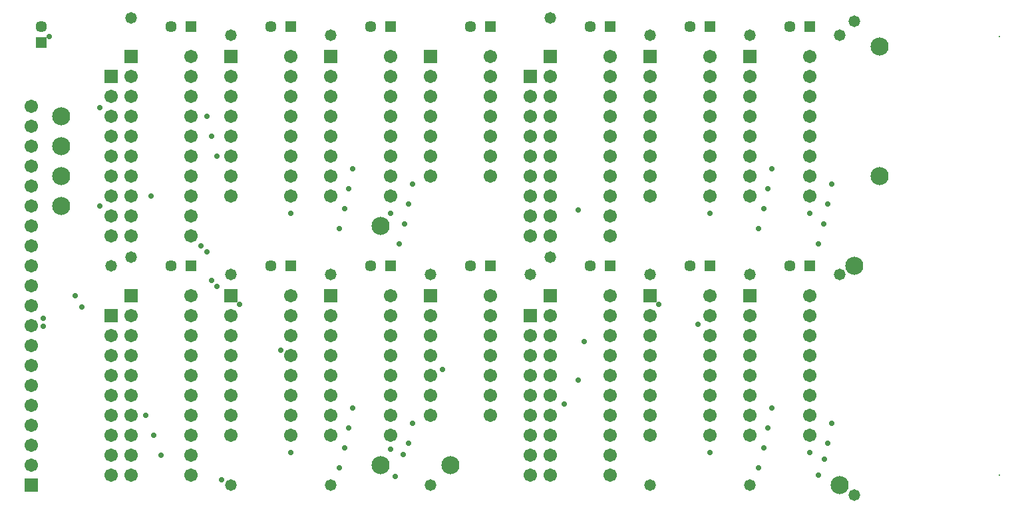
<source format=gts>
G04*
G04 #@! TF.GenerationSoftware,Altium Limited,Altium Designer,21.9.1 (22)*
G04*
G04 Layer_Color=8388736*
%FSLAX25Y25*%
%MOIN*%
G70*
G04*
G04 #@! TF.SameCoordinates,0A486EDA-56B9-4A0C-ABDC-9502F26F7F0D*
G04*
G04*
G04 #@! TF.FilePolarity,Negative*
G04*
G01*
G75*
%ADD15C,0.09068*%
%ADD16C,0.06706*%
%ADD17R,0.06706X0.06706*%
%ADD18R,0.06706X0.06706*%
%ADD19C,0.06706*%
%ADD20C,0.05721*%
%ADD21R,0.05721X0.05721*%
%ADD22R,0.05721X0.05721*%
%ADD23C,0.00800*%
%ADD24C,0.02800*%
%ADD25C,0.05800*%
D15*
X535000Y340000D02*
D03*
X320000Y130000D02*
D03*
X285000Y250000D02*
D03*
X125000Y275000D02*
D03*
X285000Y130000D02*
D03*
X125000Y290000D02*
D03*
Y260000D02*
D03*
Y305000D02*
D03*
X515000Y120000D02*
D03*
X522500Y230000D02*
D03*
X535000Y275000D02*
D03*
D16*
X240000Y265000D02*
D03*
Y275000D02*
D03*
Y285000D02*
D03*
Y295000D02*
D03*
Y305000D02*
D03*
Y315000D02*
D03*
Y325000D02*
D03*
Y335000D02*
D03*
X210000Y265000D02*
D03*
Y275000D02*
D03*
Y285000D02*
D03*
Y295000D02*
D03*
Y305000D02*
D03*
Y315000D02*
D03*
Y325000D02*
D03*
X290000Y265000D02*
D03*
Y275000D02*
D03*
Y285000D02*
D03*
Y295000D02*
D03*
Y305000D02*
D03*
Y315000D02*
D03*
Y325000D02*
D03*
Y335000D02*
D03*
X260000Y265000D02*
D03*
Y275000D02*
D03*
Y285000D02*
D03*
Y295000D02*
D03*
Y305000D02*
D03*
Y315000D02*
D03*
Y325000D02*
D03*
X290000Y145000D02*
D03*
Y155000D02*
D03*
Y165000D02*
D03*
Y175000D02*
D03*
Y185000D02*
D03*
Y195000D02*
D03*
Y205000D02*
D03*
Y215000D02*
D03*
X260000Y145000D02*
D03*
Y155000D02*
D03*
Y165000D02*
D03*
Y175000D02*
D03*
Y185000D02*
D03*
Y195000D02*
D03*
Y205000D02*
D03*
X310000Y325000D02*
D03*
Y315000D02*
D03*
Y305000D02*
D03*
Y295000D02*
D03*
Y285000D02*
D03*
Y275000D02*
D03*
X340000Y335000D02*
D03*
Y325000D02*
D03*
Y315000D02*
D03*
Y305000D02*
D03*
Y295000D02*
D03*
Y285000D02*
D03*
Y275000D02*
D03*
X470000Y325000D02*
D03*
Y315000D02*
D03*
Y305000D02*
D03*
Y295000D02*
D03*
Y285000D02*
D03*
Y275000D02*
D03*
Y265000D02*
D03*
X500000Y335000D02*
D03*
Y325000D02*
D03*
Y315000D02*
D03*
Y305000D02*
D03*
Y295000D02*
D03*
Y285000D02*
D03*
Y275000D02*
D03*
Y265000D02*
D03*
X310000Y205000D02*
D03*
Y195000D02*
D03*
Y185000D02*
D03*
Y175000D02*
D03*
Y165000D02*
D03*
Y155000D02*
D03*
X340000Y215000D02*
D03*
Y205000D02*
D03*
Y195000D02*
D03*
Y185000D02*
D03*
Y175000D02*
D03*
Y165000D02*
D03*
Y155000D02*
D03*
X190000Y125000D02*
D03*
Y135000D02*
D03*
Y145000D02*
D03*
Y155000D02*
D03*
Y165000D02*
D03*
Y175000D02*
D03*
Y185000D02*
D03*
Y195000D02*
D03*
Y215000D02*
D03*
X160000Y125000D02*
D03*
Y135000D02*
D03*
Y145000D02*
D03*
Y155000D02*
D03*
Y165000D02*
D03*
Y175000D02*
D03*
Y185000D02*
D03*
Y195000D02*
D03*
Y205000D02*
D03*
X210000D02*
D03*
Y195000D02*
D03*
Y185000D02*
D03*
Y175000D02*
D03*
Y165000D02*
D03*
Y155000D02*
D03*
Y145000D02*
D03*
X240000Y215000D02*
D03*
Y205000D02*
D03*
Y195000D02*
D03*
Y185000D02*
D03*
Y175000D02*
D03*
Y165000D02*
D03*
Y155000D02*
D03*
Y145000D02*
D03*
X400000Y125000D02*
D03*
Y135000D02*
D03*
Y145000D02*
D03*
Y155000D02*
D03*
Y165000D02*
D03*
Y175000D02*
D03*
Y185000D02*
D03*
Y195000D02*
D03*
Y215000D02*
D03*
X370000Y125000D02*
D03*
Y135000D02*
D03*
Y145000D02*
D03*
Y155000D02*
D03*
Y165000D02*
D03*
Y175000D02*
D03*
Y185000D02*
D03*
Y195000D02*
D03*
Y205000D02*
D03*
X470000D02*
D03*
Y195000D02*
D03*
Y185000D02*
D03*
Y175000D02*
D03*
Y165000D02*
D03*
Y155000D02*
D03*
Y145000D02*
D03*
X500000Y215000D02*
D03*
Y205000D02*
D03*
Y195000D02*
D03*
Y185000D02*
D03*
Y175000D02*
D03*
Y165000D02*
D03*
Y155000D02*
D03*
Y145000D02*
D03*
X420000Y325000D02*
D03*
Y315000D02*
D03*
Y305000D02*
D03*
Y295000D02*
D03*
Y285000D02*
D03*
Y275000D02*
D03*
Y265000D02*
D03*
X450000Y335000D02*
D03*
Y325000D02*
D03*
Y315000D02*
D03*
Y305000D02*
D03*
Y295000D02*
D03*
Y285000D02*
D03*
Y275000D02*
D03*
Y265000D02*
D03*
X420000Y205000D02*
D03*
Y195000D02*
D03*
Y185000D02*
D03*
Y175000D02*
D03*
Y165000D02*
D03*
Y155000D02*
D03*
Y145000D02*
D03*
X450000Y215000D02*
D03*
Y205000D02*
D03*
Y195000D02*
D03*
Y185000D02*
D03*
Y175000D02*
D03*
Y165000D02*
D03*
Y155000D02*
D03*
Y145000D02*
D03*
X190000Y245000D02*
D03*
Y255000D02*
D03*
Y265000D02*
D03*
Y275000D02*
D03*
Y285000D02*
D03*
Y295000D02*
D03*
Y305000D02*
D03*
Y315000D02*
D03*
Y335000D02*
D03*
X160000Y245000D02*
D03*
Y255000D02*
D03*
Y265000D02*
D03*
Y275000D02*
D03*
Y285000D02*
D03*
Y295000D02*
D03*
Y305000D02*
D03*
Y315000D02*
D03*
Y325000D02*
D03*
X400000Y245000D02*
D03*
Y255000D02*
D03*
Y265000D02*
D03*
Y275000D02*
D03*
Y285000D02*
D03*
Y295000D02*
D03*
Y305000D02*
D03*
Y315000D02*
D03*
Y335000D02*
D03*
X370000Y245000D02*
D03*
Y255000D02*
D03*
Y265000D02*
D03*
Y275000D02*
D03*
Y285000D02*
D03*
Y295000D02*
D03*
Y305000D02*
D03*
Y315000D02*
D03*
Y325000D02*
D03*
D17*
X210000Y335000D02*
D03*
X260000D02*
D03*
Y215000D02*
D03*
X310000Y335000D02*
D03*
X470000D02*
D03*
X310000Y215000D02*
D03*
X160000D02*
D03*
X210000D02*
D03*
X370000D02*
D03*
X470000D02*
D03*
X420000Y335000D02*
D03*
Y215000D02*
D03*
X160000Y335000D02*
D03*
X370000D02*
D03*
D18*
X150000Y325000D02*
D03*
Y205000D02*
D03*
X360000D02*
D03*
Y325000D02*
D03*
X110000Y120000D02*
D03*
D19*
X150000Y305000D02*
D03*
Y295000D02*
D03*
Y285000D02*
D03*
Y275000D02*
D03*
Y265000D02*
D03*
Y255000D02*
D03*
Y245000D02*
D03*
Y315000D02*
D03*
Y185000D02*
D03*
Y175000D02*
D03*
Y165000D02*
D03*
Y155000D02*
D03*
Y145000D02*
D03*
Y135000D02*
D03*
Y125000D02*
D03*
Y195000D02*
D03*
X360000Y185000D02*
D03*
Y175000D02*
D03*
Y165000D02*
D03*
Y155000D02*
D03*
Y145000D02*
D03*
Y135000D02*
D03*
Y125000D02*
D03*
Y195000D02*
D03*
Y305000D02*
D03*
Y295000D02*
D03*
Y285000D02*
D03*
Y275000D02*
D03*
Y265000D02*
D03*
Y255000D02*
D03*
Y245000D02*
D03*
Y315000D02*
D03*
X110000Y130000D02*
D03*
Y140000D02*
D03*
Y150000D02*
D03*
Y160000D02*
D03*
Y170000D02*
D03*
Y180000D02*
D03*
Y190000D02*
D03*
Y200000D02*
D03*
Y210000D02*
D03*
Y220000D02*
D03*
Y230000D02*
D03*
Y240000D02*
D03*
Y250000D02*
D03*
Y260000D02*
D03*
Y270000D02*
D03*
Y280000D02*
D03*
Y290000D02*
D03*
Y300000D02*
D03*
Y310000D02*
D03*
X190000Y205000D02*
D03*
X400000D02*
D03*
X190000Y325000D02*
D03*
X400000D02*
D03*
D20*
X330157Y350000D02*
D03*
Y230000D02*
D03*
X180157D02*
D03*
X280157D02*
D03*
X230157D02*
D03*
X180157Y350000D02*
D03*
X280157D02*
D03*
X230157D02*
D03*
X390158Y230000D02*
D03*
X490158D02*
D03*
X440158D02*
D03*
X390158Y350000D02*
D03*
X490158D02*
D03*
X440158D02*
D03*
X115000D02*
D03*
D21*
X340000D02*
D03*
Y230000D02*
D03*
X190000D02*
D03*
X290000D02*
D03*
X240000D02*
D03*
X190000Y350000D02*
D03*
X290000D02*
D03*
X240000D02*
D03*
X400000Y230000D02*
D03*
X500000D02*
D03*
X450000D02*
D03*
X400000Y350000D02*
D03*
X500000D02*
D03*
X450000D02*
D03*
D22*
X115000Y342126D02*
D03*
D23*
X595000Y125000D02*
D03*
Y345000D02*
D03*
D24*
X384000Y172500D02*
D03*
Y258000D02*
D03*
X377000Y160753D02*
D03*
X387000Y192000D02*
D03*
X444000Y200500D02*
D03*
X135500Y209153D02*
D03*
X132000Y215000D02*
D03*
X116000Y203500D02*
D03*
Y199500D02*
D03*
X144500Y309153D02*
D03*
Y260000D02*
D03*
X316000Y178000D02*
D03*
X235000Y187500D02*
D03*
X203000Y219500D02*
D03*
X119212Y345000D02*
D03*
X511068Y270847D02*
D03*
X214567Y210753D02*
D03*
X424567D02*
D03*
X205500Y122800D02*
D03*
X507408Y133000D02*
D03*
X504500Y125000D02*
D03*
X509092Y140847D02*
D03*
X511068Y150847D02*
D03*
X296500Y135334D02*
D03*
X292457Y124155D02*
D03*
X299092Y140847D02*
D03*
X301068Y150847D02*
D03*
X290000Y138000D02*
D03*
X175000Y135000D02*
D03*
X171449Y145000D02*
D03*
X167500Y155000D02*
D03*
X170000Y265000D02*
D03*
X203000Y285000D02*
D03*
X200500Y295000D02*
D03*
Y222500D02*
D03*
X198000Y305000D02*
D03*
Y237061D02*
D03*
X195000Y240000D02*
D03*
X240000Y256300D02*
D03*
X290000D02*
D03*
X240000Y136300D02*
D03*
X450000D02*
D03*
X500000D02*
D03*
Y256300D02*
D03*
X450000D02*
D03*
X504500Y240847D02*
D03*
X507060Y250847D02*
D03*
X509092Y260847D02*
D03*
X301068Y270847D02*
D03*
X299092Y260847D02*
D03*
X297060Y250847D02*
D03*
X294500Y240847D02*
D03*
X264500Y128500D02*
D03*
X267000Y138500D02*
D03*
X269000Y148500D02*
D03*
X271000Y158500D02*
D03*
X474500Y128500D02*
D03*
X477000Y138500D02*
D03*
X479000Y148500D02*
D03*
X481000Y158500D02*
D03*
X474500Y248500D02*
D03*
X477000Y258500D02*
D03*
X479000Y268500D02*
D03*
X481000Y278500D02*
D03*
X271000D02*
D03*
X269000Y268500D02*
D03*
X267000Y258500D02*
D03*
X264500Y248500D02*
D03*
D25*
X210000Y120000D02*
D03*
X360000Y225739D02*
D03*
X310000D02*
D03*
X150000Y230000D02*
D03*
X160000Y234300D02*
D03*
X515000Y225597D02*
D03*
X522500Y352500D02*
D03*
X515000Y345739D02*
D03*
X522500Y115000D02*
D03*
X210000Y345739D02*
D03*
X260000D02*
D03*
X420000D02*
D03*
X470000D02*
D03*
Y225739D02*
D03*
X420000D02*
D03*
X210000D02*
D03*
X369984Y354261D02*
D03*
Y234261D02*
D03*
X260000Y225739D02*
D03*
X160000Y354300D02*
D03*
X310000Y120000D02*
D03*
X260000D02*
D03*
X420000D02*
D03*
X470000D02*
D03*
M02*

</source>
